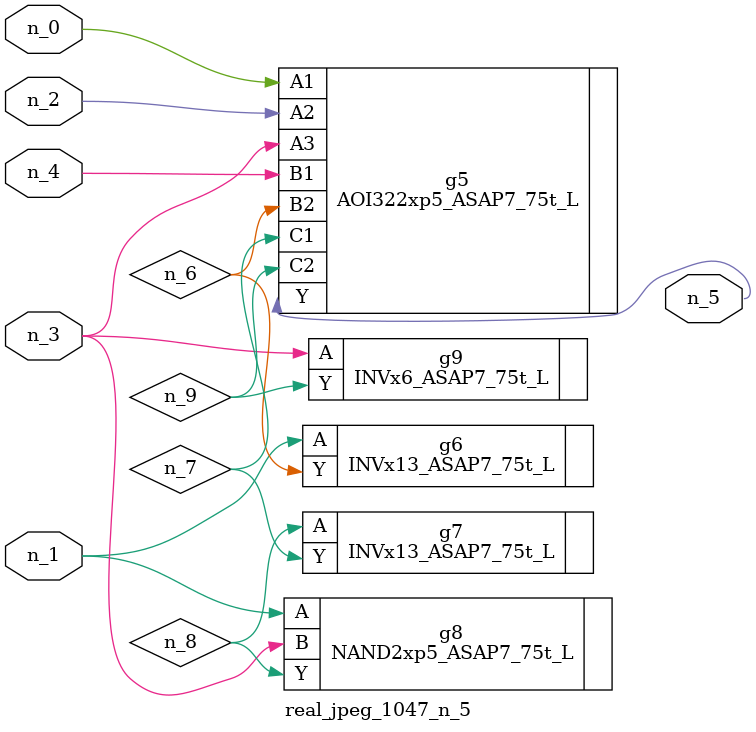
<source format=v>
module real_jpeg_1047_n_5 (n_4, n_0, n_1, n_2, n_3, n_5);

input n_4;
input n_0;
input n_1;
input n_2;
input n_3;

output n_5;

wire n_8;
wire n_6;
wire n_7;
wire n_9;

AOI322xp5_ASAP7_75t_L g5 ( 
.A1(n_0),
.A2(n_2),
.A3(n_3),
.B1(n_4),
.B2(n_6),
.C1(n_7),
.C2(n_9),
.Y(n_5)
);

INVx13_ASAP7_75t_L g6 ( 
.A(n_1),
.Y(n_6)
);

NAND2xp5_ASAP7_75t_L g8 ( 
.A(n_1),
.B(n_3),
.Y(n_8)
);

INVx6_ASAP7_75t_L g9 ( 
.A(n_3),
.Y(n_9)
);

INVx13_ASAP7_75t_L g7 ( 
.A(n_8),
.Y(n_7)
);


endmodule
</source>
